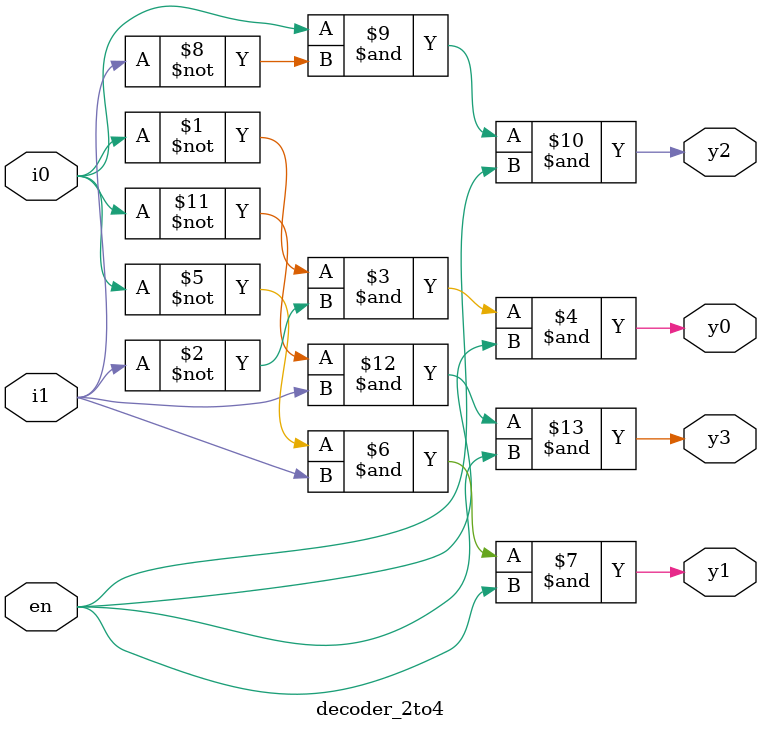
<source format=v>
module decoder_2to4(
  input i0,i1,
  input en,//enable is like switch for decoder
  //active high decoder en = 1 (ON)
  //active low decoder en = 0 (ON)
  output y0,y1,y2,y3
);
  assign y0 = ~i0 & ~i1 & en;
  assign y1 = ~i0 & i1 & en;
  assign y2 = i0 & ~i1 & en;
  assign y3 = ~i0 & i1 & en;
endmodule

</source>
